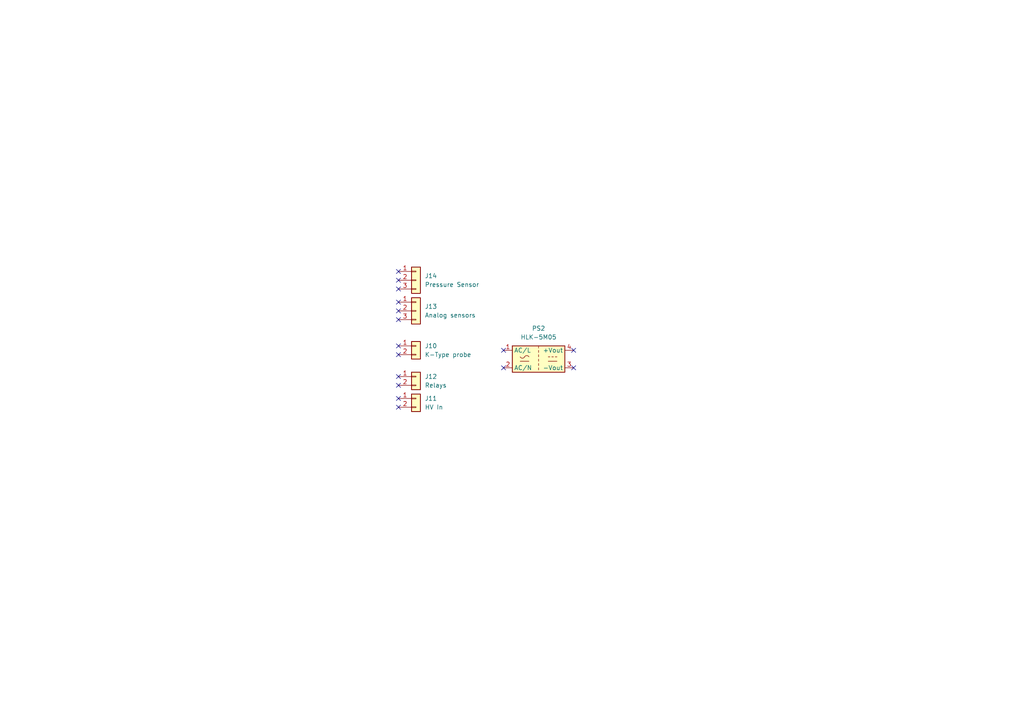
<source format=kicad_sch>
(kicad_sch (version 20250114) (generator "eeschema") (generator_version "9.0")
  (paper "A4")
  (lib_symbols
    (symbol "Connector_Generic:Conn_01x02" (pin_names (offset 1.016) (hide yes))
      (property "Reference" "J" (at 0 2.54 0))
      (property "Value" "Conn_01x02" (at 0 -5.08 0))
      (symbol "Conn_01x02_1_1"
        (rectangle (start -1.27 1.27) (end 1.27 -3.81) (stroke (width 0.254)) (fill (type background)))
        (rectangle (start -1.27 0.127) (end 0 -0.127) (stroke (width 0.1524)))
        (rectangle (start -1.27 -2.413) (end 0 -2.667) (stroke (width 0.1524)))
        (pin passive line (at -5.08 0 0) (length 3.81) (name "Pin_1") (number "1"))
        (pin passive line (at -5.08 -2.54 0) (length 3.81) (name "Pin_2") (number "2"))
      )
    )
    (symbol "Connector_Generic:Conn_01x03" (pin_names (offset 1.016) (hide yes))
      (property "Reference" "J" (at 0 5.08 0))
      (property "Value" "Conn_01x03" (at 0 -5.08 0))
      (symbol "Conn_01x03_1_1"
        (rectangle (start -1.27 3.81) (end 1.27 -3.81) (stroke (width 0.254)) (fill (type background)))
        (rectangle (start -1.27 2.667) (end 0 2.413) (stroke (width 0.1524)))
        (rectangle (start -1.27 0.127) (end 0 -0.127) (stroke (width 0.1524)))
        (rectangle (start -1.27 -2.413) (end 0 -2.667) (stroke (width 0.1524)))
        (pin passive line (at -5.08 2.54 0) (length 3.81) (name "Pin_1") (number "1"))
        (pin passive line (at -5.08 0 0) (length 3.81) (name "Pin_2") (number "2"))
        (pin passive line (at -5.08 -2.54 0) (length 3.81) (name "Pin_3") (number "3"))
      )
    )
    (symbol "Converter_ACDC:HLK-5M05"
      (property "Reference" "PS" (at 0 5.08 0))
      (property "Value" "HLK-5M05" (at 0 -5.08 0))
      (symbol "HLK-5M05_0_1"
        (rectangle (start -7.62 3.81) (end 7.62 -3.81) (stroke (width 0.254)) (fill (type background)))
        (polyline (pts (xy -5.334 -0.635) (xy -2.794 -0.635)))
        (arc (start -4.064 0.635) (mid -4.699 0.2495) (end -5.334 0.635))
        (arc (start -4.064 0.635) (mid -3.429 1.0072) (end -2.794 0.635))
        (polyline (pts (xy 0 3.81) (xy 0 3.175)))
        (polyline (pts (xy 0 2.54) (xy 0 1.905)))
        (polyline (pts (xy 0 1.27) (xy 0 0.635)))
        (polyline (pts (xy 0 0) (xy 0 -0.635)))
        (polyline (pts (xy 0 -1.27) (xy 0 -1.905)))
        (polyline (pts (xy 0 -2.54) (xy 0 -3.175)))
        (polyline (pts (xy 2.794 0.635) (xy 3.302 0.635)))
        (polyline (pts (xy 2.794 -0.635) (xy 5.334 -0.635)))
        (polyline (pts (xy 3.81 0.635) (xy 4.318 0.635)))
        (polyline (pts (xy 4.826 0.635) (xy 5.334 0.635)))
      )
      (symbol "HLK-5M05_1_1"
        (pin power_in line (at -10.16 2.54 0) (length 2.54) (name "AC/L") (number "1"))
        (pin power_in line (at -10.16 -2.54 0) (length 2.54) (name "AC/N") (number "2"))
        (pin power_out line (at 10.16 2.54 180) (length 2.54) (name "+Vout") (number "4"))
        (pin power_out line (at 10.16 -2.54 180) (length 2.54) (name "-Vout") (number "3"))
      )
    )
  )
  (no_connect (at 115.57 118.11))
  (no_connect (at 146.05 101.6))
  (no_connect (at 146.05 106.68))
  (no_connect (at 115.57 78.74))
  (no_connect (at 115.57 109.22))
  (no_connect (at 115.57 111.76))
  (no_connect (at 166.37 106.68))
  (no_connect (at 115.57 87.63))
  (no_connect (at 115.57 115.57))
  (no_connect (at 166.37 101.6))
  (no_connect (at 115.57 100.33))
  (no_connect (at 115.57 81.28))
  (no_connect (at 115.57 90.17))
  (no_connect (at 115.57 102.87))
  (no_connect (at 115.57 83.82))
  (no_connect (at 115.57 92.71))
  (symbol (lib_id "Connector_Generic:Conn_01x02") (at 120.65 100.33 0) (unit 1)
    (property "Reference" "J10" (at 123.19 100.3299 0) (effects (justify left)))
    (property "Value" "K-Type probe" (at 123.19 102.8699 0) (effects (justify left)))
    (property "Footprint" "easyeda2kicad:CONN-TH_2P-P2.54_DIBO_DB141V-2.54-2P" (effects (hide yes)))
    (property "Description" "Generic connector, single row, 01x02, script generated (kicad-library-utils/schlib/autogen/connector/)" (effects (hide yes)))
  )
  (symbol (lib_id "Connector_Generic:Conn_01x03") (at 120.65 81.28 0) (unit 1)
    (property "Reference" "J14" (at 123.19 80.0099 0) (effects (justify left)))
    (property "Value" "Pressure Sensor" (at 123.19 82.5499 0) (effects (justify left)))
    (property "Footprint" "easyeda2kicad:CONN-TH_3P-P2.54_DIBO_DB141V-2.54-3P" (effects (hide yes)))
    (property "Description" "Generic connector, single row, 01x03, script generated (kicad-library-utils/schlib/autogen/connector/)" (effects (hide yes)))
  )
  (symbol (lib_id "Converter_ACDC:HLK-5M05") (at 156.21 104.14 0) (unit 1)
    (property "Reference" "PS2" (at 156.21 95.25 0))
    (property "Value" "HLK-5M05" (at 156.21 97.79 0))
    (property "Footprint" "Converter_ACDC:Converter_ACDC_Hi-Link_HLK-5Mxx" (effects (hide yes)))
    (property "Datasheet" "http://h.hlktech.com/download/ACDC%E7%94%B5%E6%BA%90%E6%A8%A1%E5%9D%975W%E7%B3%BB%E5%88%97/1/%E6%B5%B7%E5%87%8C%E7%A7%915W%E7%B3%BB%E5%88%97%E7%94%B5%E6%BA%90%E6%A8%A1%E5%9D%97%E8%A7%84%E6%A0%BC%E4%B9%A6V2.8.pdf" (effects (hide yes)))
    (property "Description" "Compact AC/DC board mount power module 5W, 5V 1A" (effects (hide yes)))
  )
  (symbol (lib_id "Connector_Generic:Conn_01x02") (at 120.65 115.57 0) (unit 1)
    (property "Reference" "J11" (at 123.19 115.5699 0) (effects (justify left)))
    (property "Value" "HV In" (at 123.19 118.1099 0) (effects (justify left)))
    (property "Footprint" "easyeda2kicad:CONN-TH_2P-P5.08_DIBO_DB142V-5.08-2P" (effects (hide yes)))
    (property "Description" "Generic connector, single row, 01x02, script generated (kicad-library-utils/schlib/autogen/connector/)" (effects (hide yes)))
  )
  (symbol (lib_id "Connector_Generic:Conn_01x02") (at 120.65 109.22 0) (unit 1)
    (property "Reference" "J12" (at 123.19 109.2199 0) (effects (justify left)))
    (property "Value" "Relays" (at 123.19 111.7599 0) (effects (justify left)))
    (property "Footprint" "easyeda2kicad:CONN-TH_2P-P5.08_DIBO_DB142V-5.08-2P" (effects (hide yes)))
    (property "Description" "Generic connector, single row, 01x02, script generated (kicad-library-utils/schlib/autogen/connector/)" (effects (hide yes)))
  )
  (symbol (lib_id "Connector_Generic:Conn_01x03") (at 120.65 90.17 0) (unit 1)
    (property "Reference" "J13" (at 123.19 88.8999 0) (effects (justify left)))
    (property "Value" "Analog sensors" (at 123.19 91.4399 0) (effects (justify left)))
    (property "Footprint" "easyeda2kicad:CONN-TH_3P-P2.54_DIBO_DB141V-2.54-3P" (effects (hide yes)))
    (property "Description" "Generic connector, single row, 01x03, script generated (kicad-library-utils/schlib/autogen/connector/)" (effects (hide yes)))
  )
)
</source>
